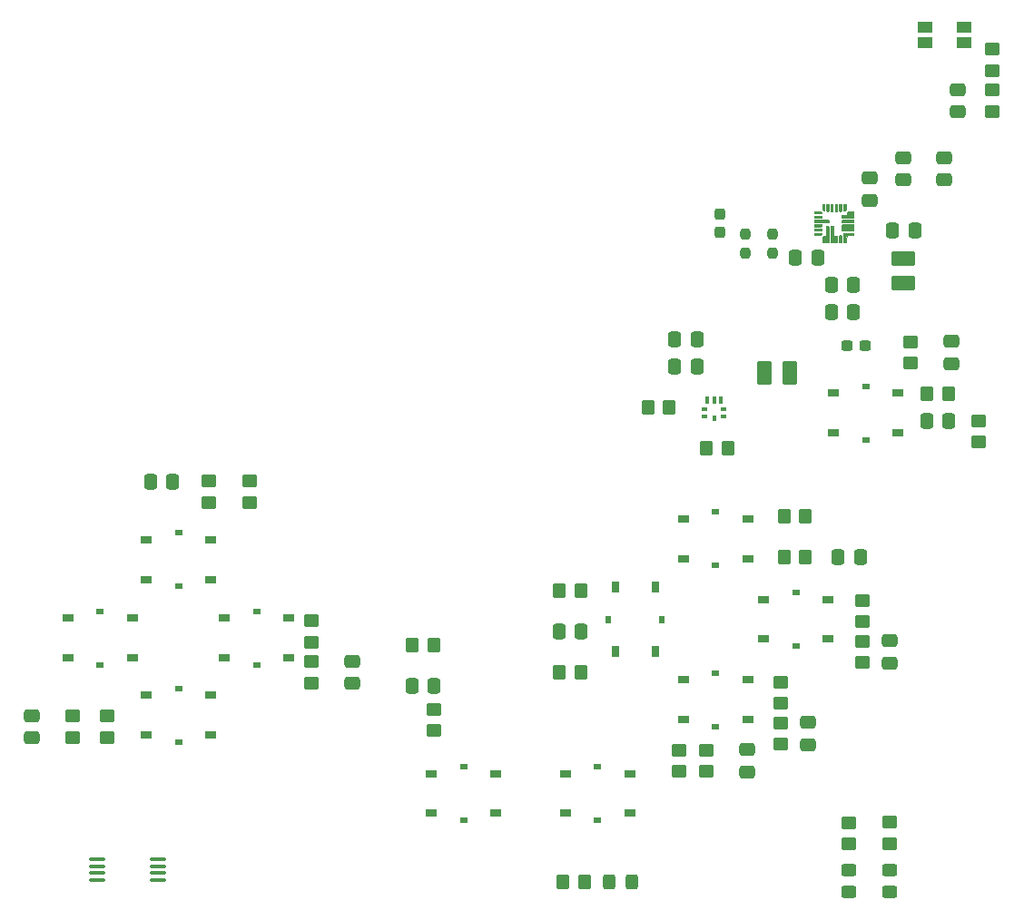
<source format=gbr>
%TF.GenerationSoftware,KiCad,Pcbnew,(6.0.5)*%
%TF.CreationDate,2022-05-15T18:43:58+01:00*%
%TF.ProjectId,CM4Carrier,434d3443-6172-4726-9965-722e6b696361,Rev1-Untested*%
%TF.SameCoordinates,Original*%
%TF.FileFunction,Paste,Top*%
%TF.FilePolarity,Positive*%
%FSLAX46Y46*%
G04 Gerber Fmt 4.6, Leading zero omitted, Abs format (unit mm)*
G04 Created by KiCad (PCBNEW (6.0.5)) date 2022-05-15 18:43:58*
%MOMM*%
%LPD*%
G01*
G04 APERTURE LIST*
G04 Aperture macros list*
%AMRoundRect*
0 Rectangle with rounded corners*
0 $1 Rounding radius*
0 $2 $3 $4 $5 $6 $7 $8 $9 X,Y pos of 4 corners*
0 Add a 4 corners polygon primitive as box body*
4,1,4,$2,$3,$4,$5,$6,$7,$8,$9,$2,$3,0*
0 Add four circle primitives for the rounded corners*
1,1,$1+$1,$2,$3*
1,1,$1+$1,$4,$5*
1,1,$1+$1,$6,$7*
1,1,$1+$1,$8,$9*
0 Add four rect primitives between the rounded corners*
20,1,$1+$1,$2,$3,$4,$5,0*
20,1,$1+$1,$4,$5,$6,$7,0*
20,1,$1+$1,$6,$7,$8,$9,0*
20,1,$1+$1,$8,$9,$2,$3,0*%
G04 Aperture macros list end*
%ADD10C,0.010000*%
%ADD11RoundRect,0.250000X-0.325000X-0.450000X0.325000X-0.450000X0.325000X0.450000X-0.325000X0.450000X0*%
%ADD12RoundRect,0.250000X0.450000X-0.350000X0.450000X0.350000X-0.450000X0.350000X-0.450000X-0.350000X0*%
%ADD13R,1.000000X0.700000*%
%ADD14R,0.700000X0.600000*%
%ADD15RoundRect,0.250000X0.350000X0.450000X-0.350000X0.450000X-0.350000X-0.450000X0.350000X-0.450000X0*%
%ADD16RoundRect,0.250000X0.337500X0.475000X-0.337500X0.475000X-0.337500X-0.475000X0.337500X-0.475000X0*%
%ADD17RoundRect,0.250001X-0.849999X0.462499X-0.849999X-0.462499X0.849999X-0.462499X0.849999X0.462499X0*%
%ADD18RoundRect,0.250000X-0.475000X0.337500X-0.475000X-0.337500X0.475000X-0.337500X0.475000X0.337500X0*%
%ADD19RoundRect,0.250000X-0.350000X-0.450000X0.350000X-0.450000X0.350000X0.450000X-0.350000X0.450000X0*%
%ADD20RoundRect,0.250000X0.475000X-0.337500X0.475000X0.337500X-0.475000X0.337500X-0.475000X-0.337500X0*%
%ADD21RoundRect,0.250000X-0.337500X-0.475000X0.337500X-0.475000X0.337500X0.475000X-0.337500X0.475000X0*%
%ADD22RoundRect,0.250001X0.462499X0.849999X-0.462499X0.849999X-0.462499X-0.849999X0.462499X-0.849999X0*%
%ADD23R,0.700000X1.000000*%
%ADD24R,0.600000X0.700000*%
%ADD25RoundRect,0.250000X-0.450000X0.350000X-0.450000X-0.350000X0.450000X-0.350000X0.450000X0.350000X0*%
%ADD26R,1.400000X1.050000*%
%ADD27RoundRect,0.250000X-0.450000X0.325000X-0.450000X-0.325000X0.450000X-0.325000X0.450000X0.325000X0*%
%ADD28RoundRect,0.237500X0.237500X-0.300000X0.237500X0.300000X-0.237500X0.300000X-0.237500X-0.300000X0*%
%ADD29RoundRect,0.237500X-0.237500X0.250000X-0.237500X-0.250000X0.237500X-0.250000X0.237500X0.250000X0*%
%ADD30R,0.609600X0.304800*%
%ADD31R,0.304800X0.787400*%
%ADD32R,0.304800X0.609600*%
%ADD33RoundRect,0.100000X0.637500X0.100000X-0.637500X0.100000X-0.637500X-0.100000X0.637500X-0.100000X0*%
%ADD34RoundRect,0.237500X-0.300000X-0.237500X0.300000X-0.237500X0.300000X0.237500X-0.300000X0.237500X0*%
G04 APERTURE END LIST*
%TO.C,U2*%
G36*
X184922491Y-74345000D02*
G01*
X184921491Y-74350000D01*
X184921491Y-74356000D01*
X184919491Y-74366000D01*
X184913491Y-74381000D01*
X184911491Y-74385000D01*
X184909491Y-74390000D01*
X184906491Y-74394000D01*
X184903491Y-74399000D01*
X184900491Y-74403000D01*
X184896491Y-74407000D01*
X184893491Y-74411000D01*
X184889491Y-74414000D01*
X184885491Y-74418000D01*
X184881491Y-74421000D01*
X184876491Y-74424000D01*
X184872491Y-74427000D01*
X184867491Y-74429000D01*
X184863491Y-74431000D01*
X184848491Y-74437000D01*
X184838491Y-74439000D01*
X184832491Y-74439000D01*
X184827491Y-74440000D01*
X184817491Y-74440000D01*
X184812491Y-74439000D01*
X184806491Y-74439000D01*
X184796491Y-74437000D01*
X184781491Y-74431000D01*
X184777491Y-74429000D01*
X184772491Y-74427000D01*
X184768491Y-74424000D01*
X184763491Y-74421000D01*
X184759491Y-74418000D01*
X184755491Y-74414000D01*
X184751491Y-74411000D01*
X184748491Y-74407000D01*
X184744491Y-74403000D01*
X184741491Y-74399000D01*
X184738491Y-74394000D01*
X184735491Y-74390000D01*
X184733491Y-74385000D01*
X184731491Y-74381000D01*
X184725491Y-74366000D01*
X184723491Y-74356000D01*
X184723491Y-74350000D01*
X184722491Y-74345000D01*
X184722491Y-73765000D01*
X184922491Y-73765000D01*
X184922491Y-74345000D01*
G37*
D10*
X184922491Y-74345000D02*
X184921491Y-74350000D01*
X184921491Y-74356000D01*
X184919491Y-74366000D01*
X184913491Y-74381000D01*
X184911491Y-74385000D01*
X184909491Y-74390000D01*
X184906491Y-74394000D01*
X184903491Y-74399000D01*
X184900491Y-74403000D01*
X184896491Y-74407000D01*
X184893491Y-74411000D01*
X184889491Y-74414000D01*
X184885491Y-74418000D01*
X184881491Y-74421000D01*
X184876491Y-74424000D01*
X184872491Y-74427000D01*
X184867491Y-74429000D01*
X184863491Y-74431000D01*
X184848491Y-74437000D01*
X184838491Y-74439000D01*
X184832491Y-74439000D01*
X184827491Y-74440000D01*
X184817491Y-74440000D01*
X184812491Y-74439000D01*
X184806491Y-74439000D01*
X184796491Y-74437000D01*
X184781491Y-74431000D01*
X184777491Y-74429000D01*
X184772491Y-74427000D01*
X184768491Y-74424000D01*
X184763491Y-74421000D01*
X184759491Y-74418000D01*
X184755491Y-74414000D01*
X184751491Y-74411000D01*
X184748491Y-74407000D01*
X184744491Y-74403000D01*
X184741491Y-74399000D01*
X184738491Y-74394000D01*
X184735491Y-74390000D01*
X184733491Y-74385000D01*
X184731491Y-74381000D01*
X184725491Y-74366000D01*
X184723491Y-74356000D01*
X184723491Y-74350000D01*
X184722491Y-74345000D01*
X184722491Y-73765000D01*
X184922491Y-73765000D01*
X184922491Y-74345000D01*
G36*
X185322491Y-74345000D02*
G01*
X185321491Y-74350000D01*
X185321491Y-74356000D01*
X185319491Y-74366000D01*
X185313491Y-74381000D01*
X185311491Y-74385000D01*
X185309491Y-74390000D01*
X185306491Y-74394000D01*
X185303491Y-74399000D01*
X185300491Y-74403000D01*
X185296491Y-74407000D01*
X185293491Y-74411000D01*
X185289491Y-74414000D01*
X185285491Y-74418000D01*
X185281491Y-74421000D01*
X185276491Y-74424000D01*
X185272491Y-74427000D01*
X185267491Y-74429000D01*
X185263491Y-74431000D01*
X185248491Y-74437000D01*
X185238491Y-74439000D01*
X185232491Y-74439000D01*
X185227491Y-74440000D01*
X185217491Y-74440000D01*
X185212491Y-74439000D01*
X185206491Y-74439000D01*
X185196491Y-74437000D01*
X185181491Y-74431000D01*
X185177491Y-74429000D01*
X185172491Y-74427000D01*
X185168491Y-74424000D01*
X185163491Y-74421000D01*
X185159491Y-74418000D01*
X185155491Y-74414000D01*
X185151491Y-74411000D01*
X185148491Y-74407000D01*
X185144491Y-74403000D01*
X185141491Y-74399000D01*
X185138491Y-74394000D01*
X185135491Y-74390000D01*
X185133491Y-74385000D01*
X185131491Y-74381000D01*
X185125491Y-74366000D01*
X185123491Y-74356000D01*
X185123491Y-74350000D01*
X185122491Y-74345000D01*
X185122491Y-73765000D01*
X185322491Y-73765000D01*
X185322491Y-74345000D01*
G37*
X185322491Y-74345000D02*
X185321491Y-74350000D01*
X185321491Y-74356000D01*
X185319491Y-74366000D01*
X185313491Y-74381000D01*
X185311491Y-74385000D01*
X185309491Y-74390000D01*
X185306491Y-74394000D01*
X185303491Y-74399000D01*
X185300491Y-74403000D01*
X185296491Y-74407000D01*
X185293491Y-74411000D01*
X185289491Y-74414000D01*
X185285491Y-74418000D01*
X185281491Y-74421000D01*
X185276491Y-74424000D01*
X185272491Y-74427000D01*
X185267491Y-74429000D01*
X185263491Y-74431000D01*
X185248491Y-74437000D01*
X185238491Y-74439000D01*
X185232491Y-74439000D01*
X185227491Y-74440000D01*
X185217491Y-74440000D01*
X185212491Y-74439000D01*
X185206491Y-74439000D01*
X185196491Y-74437000D01*
X185181491Y-74431000D01*
X185177491Y-74429000D01*
X185172491Y-74427000D01*
X185168491Y-74424000D01*
X185163491Y-74421000D01*
X185159491Y-74418000D01*
X185155491Y-74414000D01*
X185151491Y-74411000D01*
X185148491Y-74407000D01*
X185144491Y-74403000D01*
X185141491Y-74399000D01*
X185138491Y-74394000D01*
X185135491Y-74390000D01*
X185133491Y-74385000D01*
X185131491Y-74381000D01*
X185125491Y-74366000D01*
X185123491Y-74356000D01*
X185123491Y-74350000D01*
X185122491Y-74345000D01*
X185122491Y-73765000D01*
X185322491Y-73765000D01*
X185322491Y-74345000D01*
G36*
X185722491Y-74278000D02*
G01*
X185610491Y-74390000D01*
X185522491Y-74390000D01*
X185522491Y-73765000D01*
X185722491Y-73765000D01*
X185722491Y-74278000D01*
G37*
X185722491Y-74278000D02*
X185610491Y-74390000D01*
X185522491Y-74390000D01*
X185522491Y-73765000D01*
X185722491Y-73765000D01*
X185722491Y-74278000D01*
G36*
X186422491Y-75465000D02*
G01*
X185442491Y-75465000D01*
X185437491Y-75464000D01*
X185431491Y-75464000D01*
X185421491Y-75462000D01*
X185406491Y-75456000D01*
X185402491Y-75454000D01*
X185397491Y-75452000D01*
X185393491Y-75449000D01*
X185388491Y-75446000D01*
X185384491Y-75443000D01*
X185380491Y-75439000D01*
X185376491Y-75436000D01*
X185373491Y-75432000D01*
X185369491Y-75428000D01*
X185366491Y-75424000D01*
X185363491Y-75419000D01*
X185360491Y-75415000D01*
X185358491Y-75410000D01*
X185356491Y-75406000D01*
X185350491Y-75391000D01*
X185348491Y-75381000D01*
X185348491Y-75375000D01*
X185347491Y-75370000D01*
X185347491Y-75360000D01*
X185348491Y-75355000D01*
X185348491Y-75349000D01*
X185350491Y-75339000D01*
X185356491Y-75324000D01*
X185358491Y-75320000D01*
X185360491Y-75315000D01*
X185363491Y-75311000D01*
X185366491Y-75306000D01*
X185369491Y-75302000D01*
X185373491Y-75298000D01*
X185376491Y-75294000D01*
X185380491Y-75291000D01*
X185384491Y-75287000D01*
X185388491Y-75284000D01*
X185393491Y-75281000D01*
X185397491Y-75278000D01*
X185402491Y-75276000D01*
X185406491Y-75274000D01*
X185421491Y-75268000D01*
X185431491Y-75266000D01*
X185437491Y-75266000D01*
X185442491Y-75265000D01*
X186422491Y-75265000D01*
X186422491Y-75465000D01*
G37*
X186422491Y-75465000D02*
X185442491Y-75465000D01*
X185437491Y-75464000D01*
X185431491Y-75464000D01*
X185421491Y-75462000D01*
X185406491Y-75456000D01*
X185402491Y-75454000D01*
X185397491Y-75452000D01*
X185393491Y-75449000D01*
X185388491Y-75446000D01*
X185384491Y-75443000D01*
X185380491Y-75439000D01*
X185376491Y-75436000D01*
X185373491Y-75432000D01*
X185369491Y-75428000D01*
X185366491Y-75424000D01*
X185363491Y-75419000D01*
X185360491Y-75415000D01*
X185358491Y-75410000D01*
X185356491Y-75406000D01*
X185350491Y-75391000D01*
X185348491Y-75381000D01*
X185348491Y-75375000D01*
X185347491Y-75370000D01*
X185347491Y-75360000D01*
X185348491Y-75355000D01*
X185348491Y-75349000D01*
X185350491Y-75339000D01*
X185356491Y-75324000D01*
X185358491Y-75320000D01*
X185360491Y-75315000D01*
X185363491Y-75311000D01*
X185366491Y-75306000D01*
X185369491Y-75302000D01*
X185373491Y-75298000D01*
X185376491Y-75294000D01*
X185380491Y-75291000D01*
X185384491Y-75287000D01*
X185388491Y-75284000D01*
X185393491Y-75281000D01*
X185397491Y-75278000D01*
X185402491Y-75276000D01*
X185406491Y-75274000D01*
X185421491Y-75268000D01*
X185431491Y-75266000D01*
X185437491Y-75266000D01*
X185442491Y-75265000D01*
X186422491Y-75265000D01*
X186422491Y-75465000D01*
G36*
X185232491Y-76691000D02*
G01*
X185238491Y-76691000D01*
X185248491Y-76693000D01*
X185263491Y-76699000D01*
X185267491Y-76701000D01*
X185272491Y-76703000D01*
X185276491Y-76706000D01*
X185281491Y-76709000D01*
X185285491Y-76712000D01*
X185289491Y-76716000D01*
X185293491Y-76719000D01*
X185296491Y-76723000D01*
X185300491Y-76727000D01*
X185303491Y-76731000D01*
X185306491Y-76736000D01*
X185309491Y-76740000D01*
X185311491Y-76745000D01*
X185313491Y-76749000D01*
X185319491Y-76764000D01*
X185321491Y-76774000D01*
X185321491Y-76780000D01*
X185322491Y-76785000D01*
X185322491Y-77365000D01*
X185122491Y-77365000D01*
X185122491Y-76785000D01*
X185123491Y-76780000D01*
X185123491Y-76774000D01*
X185125491Y-76764000D01*
X185131491Y-76749000D01*
X185133491Y-76745000D01*
X185135491Y-76740000D01*
X185138491Y-76736000D01*
X185141491Y-76731000D01*
X185144491Y-76727000D01*
X185148491Y-76723000D01*
X185151491Y-76719000D01*
X185155491Y-76716000D01*
X185159491Y-76712000D01*
X185163491Y-76709000D01*
X185168491Y-76706000D01*
X185172491Y-76703000D01*
X185177491Y-76701000D01*
X185181491Y-76699000D01*
X185196491Y-76693000D01*
X185206491Y-76691000D01*
X185212491Y-76691000D01*
X185217491Y-76690000D01*
X185227491Y-76690000D01*
X185232491Y-76691000D01*
G37*
X185232491Y-76691000D02*
X185238491Y-76691000D01*
X185248491Y-76693000D01*
X185263491Y-76699000D01*
X185267491Y-76701000D01*
X185272491Y-76703000D01*
X185276491Y-76706000D01*
X185281491Y-76709000D01*
X185285491Y-76712000D01*
X185289491Y-76716000D01*
X185293491Y-76719000D01*
X185296491Y-76723000D01*
X185300491Y-76727000D01*
X185303491Y-76731000D01*
X185306491Y-76736000D01*
X185309491Y-76740000D01*
X185311491Y-76745000D01*
X185313491Y-76749000D01*
X185319491Y-76764000D01*
X185321491Y-76774000D01*
X185321491Y-76780000D01*
X185322491Y-76785000D01*
X185322491Y-77365000D01*
X185122491Y-77365000D01*
X185122491Y-76785000D01*
X185123491Y-76780000D01*
X185123491Y-76774000D01*
X185125491Y-76764000D01*
X185131491Y-76749000D01*
X185133491Y-76745000D01*
X185135491Y-76740000D01*
X185138491Y-76736000D01*
X185141491Y-76731000D01*
X185144491Y-76727000D01*
X185148491Y-76723000D01*
X185151491Y-76719000D01*
X185155491Y-76716000D01*
X185159491Y-76712000D01*
X185163491Y-76709000D01*
X185168491Y-76706000D01*
X185172491Y-76703000D01*
X185177491Y-76701000D01*
X185181491Y-76699000D01*
X185196491Y-76693000D01*
X185206491Y-76691000D01*
X185212491Y-76691000D01*
X185217491Y-76690000D01*
X185227491Y-76690000D01*
X185232491Y-76691000D01*
G36*
X184057491Y-75266000D02*
G01*
X184063491Y-75266000D01*
X184073491Y-75268000D01*
X184088491Y-75274000D01*
X184092491Y-75276000D01*
X184097491Y-75278000D01*
X184101491Y-75281000D01*
X184106491Y-75284000D01*
X184110491Y-75287000D01*
X184114491Y-75291000D01*
X184118491Y-75294000D01*
X184121491Y-75298000D01*
X184125491Y-75302000D01*
X184128491Y-75306000D01*
X184131491Y-75311000D01*
X184134491Y-75315000D01*
X184136491Y-75320000D01*
X184138491Y-75324000D01*
X184144491Y-75339000D01*
X184146491Y-75349000D01*
X184146491Y-75355000D01*
X184147491Y-75360000D01*
X184147491Y-75370000D01*
X184146491Y-75375000D01*
X184146491Y-75381000D01*
X184144491Y-75391000D01*
X184138491Y-75406000D01*
X184136491Y-75410000D01*
X184134491Y-75415000D01*
X184131491Y-75419000D01*
X184128491Y-75424000D01*
X184125491Y-75428000D01*
X184121491Y-75432000D01*
X184118491Y-75436000D01*
X184114491Y-75439000D01*
X184110491Y-75443000D01*
X184106491Y-75446000D01*
X184101491Y-75449000D01*
X184097491Y-75452000D01*
X184092491Y-75454000D01*
X184088491Y-75456000D01*
X184073491Y-75462000D01*
X184063491Y-75464000D01*
X184057491Y-75464000D01*
X184052491Y-75465000D01*
X182822491Y-75465000D01*
X182822491Y-75265000D01*
X184052491Y-75265000D01*
X184057491Y-75266000D01*
G37*
X184057491Y-75266000D02*
X184063491Y-75266000D01*
X184073491Y-75268000D01*
X184088491Y-75274000D01*
X184092491Y-75276000D01*
X184097491Y-75278000D01*
X184101491Y-75281000D01*
X184106491Y-75284000D01*
X184110491Y-75287000D01*
X184114491Y-75291000D01*
X184118491Y-75294000D01*
X184121491Y-75298000D01*
X184125491Y-75302000D01*
X184128491Y-75306000D01*
X184131491Y-75311000D01*
X184134491Y-75315000D01*
X184136491Y-75320000D01*
X184138491Y-75324000D01*
X184144491Y-75339000D01*
X184146491Y-75349000D01*
X184146491Y-75355000D01*
X184147491Y-75360000D01*
X184147491Y-75370000D01*
X184146491Y-75375000D01*
X184146491Y-75381000D01*
X184144491Y-75391000D01*
X184138491Y-75406000D01*
X184136491Y-75410000D01*
X184134491Y-75415000D01*
X184131491Y-75419000D01*
X184128491Y-75424000D01*
X184125491Y-75428000D01*
X184121491Y-75432000D01*
X184118491Y-75436000D01*
X184114491Y-75439000D01*
X184110491Y-75443000D01*
X184106491Y-75446000D01*
X184101491Y-75449000D01*
X184097491Y-75452000D01*
X184092491Y-75454000D01*
X184088491Y-75456000D01*
X184073491Y-75462000D01*
X184063491Y-75464000D01*
X184057491Y-75464000D01*
X184052491Y-75465000D01*
X182822491Y-75465000D01*
X182822491Y-75265000D01*
X184052491Y-75265000D01*
X184057491Y-75266000D01*
G36*
X183407491Y-75666000D02*
G01*
X183413491Y-75666000D01*
X183423491Y-75668000D01*
X183438491Y-75674000D01*
X183442491Y-75676000D01*
X183447491Y-75678000D01*
X183451491Y-75681000D01*
X183456491Y-75684000D01*
X183460491Y-75687000D01*
X183464491Y-75691000D01*
X183468491Y-75694000D01*
X183471491Y-75698000D01*
X183475491Y-75702000D01*
X183478491Y-75706000D01*
X183481491Y-75711000D01*
X183484491Y-75715000D01*
X183486491Y-75720000D01*
X183488491Y-75724000D01*
X183494491Y-75739000D01*
X183496491Y-75749000D01*
X183496491Y-75755000D01*
X183497491Y-75760000D01*
X183497491Y-75770000D01*
X183496491Y-75775000D01*
X183496491Y-75781000D01*
X183494491Y-75791000D01*
X183488491Y-75806000D01*
X183486491Y-75810000D01*
X183484491Y-75815000D01*
X183481491Y-75819000D01*
X183478491Y-75824000D01*
X183475491Y-75828000D01*
X183471491Y-75832000D01*
X183468491Y-75836000D01*
X183464491Y-75839000D01*
X183460491Y-75843000D01*
X183456491Y-75846000D01*
X183451491Y-75849000D01*
X183447491Y-75852000D01*
X183442491Y-75854000D01*
X183438491Y-75856000D01*
X183423491Y-75862000D01*
X183413491Y-75864000D01*
X183407491Y-75864000D01*
X183402491Y-75865000D01*
X182822491Y-75865000D01*
X182822491Y-75665000D01*
X183402491Y-75665000D01*
X183407491Y-75666000D01*
G37*
X183407491Y-75666000D02*
X183413491Y-75666000D01*
X183423491Y-75668000D01*
X183438491Y-75674000D01*
X183442491Y-75676000D01*
X183447491Y-75678000D01*
X183451491Y-75681000D01*
X183456491Y-75684000D01*
X183460491Y-75687000D01*
X183464491Y-75691000D01*
X183468491Y-75694000D01*
X183471491Y-75698000D01*
X183475491Y-75702000D01*
X183478491Y-75706000D01*
X183481491Y-75711000D01*
X183484491Y-75715000D01*
X183486491Y-75720000D01*
X183488491Y-75724000D01*
X183494491Y-75739000D01*
X183496491Y-75749000D01*
X183496491Y-75755000D01*
X183497491Y-75760000D01*
X183497491Y-75770000D01*
X183496491Y-75775000D01*
X183496491Y-75781000D01*
X183494491Y-75791000D01*
X183488491Y-75806000D01*
X183486491Y-75810000D01*
X183484491Y-75815000D01*
X183481491Y-75819000D01*
X183478491Y-75824000D01*
X183475491Y-75828000D01*
X183471491Y-75832000D01*
X183468491Y-75836000D01*
X183464491Y-75839000D01*
X183460491Y-75843000D01*
X183456491Y-75846000D01*
X183451491Y-75849000D01*
X183447491Y-75852000D01*
X183442491Y-75854000D01*
X183438491Y-75856000D01*
X183423491Y-75862000D01*
X183413491Y-75864000D01*
X183407491Y-75864000D01*
X183402491Y-75865000D01*
X182822491Y-75865000D01*
X182822491Y-75665000D01*
X183402491Y-75665000D01*
X183407491Y-75666000D01*
G36*
X184482491Y-75791000D02*
G01*
X184488491Y-75791000D01*
X184498491Y-75793000D01*
X184513491Y-75799000D01*
X184517491Y-75801000D01*
X184522491Y-75803000D01*
X184526491Y-75806000D01*
X184531491Y-75809000D01*
X184535491Y-75812000D01*
X184539491Y-75816000D01*
X184543491Y-75819000D01*
X184546491Y-75823000D01*
X184550491Y-75827000D01*
X184553491Y-75831000D01*
X184556491Y-75836000D01*
X184559491Y-75840000D01*
X184561491Y-75845000D01*
X184563491Y-75849000D01*
X184569491Y-75864000D01*
X184571491Y-75874000D01*
X184571491Y-75880000D01*
X184572491Y-75885000D01*
X184572491Y-76715000D01*
X184827491Y-76715000D01*
X184832491Y-76716000D01*
X184838491Y-76716000D01*
X184848491Y-76718000D01*
X184863491Y-76724000D01*
X184867491Y-76726000D01*
X184872491Y-76728000D01*
X184876491Y-76731000D01*
X184881491Y-76734000D01*
X184885491Y-76737000D01*
X184889491Y-76741000D01*
X184893491Y-76744000D01*
X184896491Y-76748000D01*
X184900491Y-76752000D01*
X184903491Y-76756000D01*
X184906491Y-76761000D01*
X184909491Y-76765000D01*
X184911491Y-76770000D01*
X184913491Y-76774000D01*
X184919491Y-76789000D01*
X184921491Y-76799000D01*
X184921491Y-76805000D01*
X184922491Y-76810000D01*
X184922491Y-77365000D01*
X184322491Y-77365000D01*
X184322491Y-75885000D01*
X184323491Y-75880000D01*
X184323491Y-75874000D01*
X184325491Y-75864000D01*
X184331491Y-75849000D01*
X184333491Y-75845000D01*
X184335491Y-75840000D01*
X184338491Y-75836000D01*
X184341491Y-75831000D01*
X184344491Y-75827000D01*
X184348491Y-75823000D01*
X184351491Y-75819000D01*
X184355491Y-75816000D01*
X184359491Y-75812000D01*
X184363491Y-75809000D01*
X184368491Y-75806000D01*
X184372491Y-75803000D01*
X184377491Y-75801000D01*
X184381491Y-75799000D01*
X184396491Y-75793000D01*
X184406491Y-75791000D01*
X184412491Y-75791000D01*
X184417491Y-75790000D01*
X184477491Y-75790000D01*
X184482491Y-75791000D01*
G37*
X184482491Y-75791000D02*
X184488491Y-75791000D01*
X184498491Y-75793000D01*
X184513491Y-75799000D01*
X184517491Y-75801000D01*
X184522491Y-75803000D01*
X184526491Y-75806000D01*
X184531491Y-75809000D01*
X184535491Y-75812000D01*
X184539491Y-75816000D01*
X184543491Y-75819000D01*
X184546491Y-75823000D01*
X184550491Y-75827000D01*
X184553491Y-75831000D01*
X184556491Y-75836000D01*
X184559491Y-75840000D01*
X184561491Y-75845000D01*
X184563491Y-75849000D01*
X184569491Y-75864000D01*
X184571491Y-75874000D01*
X184571491Y-75880000D01*
X184572491Y-75885000D01*
X184572491Y-76715000D01*
X184827491Y-76715000D01*
X184832491Y-76716000D01*
X184838491Y-76716000D01*
X184848491Y-76718000D01*
X184863491Y-76724000D01*
X184867491Y-76726000D01*
X184872491Y-76728000D01*
X184876491Y-76731000D01*
X184881491Y-76734000D01*
X184885491Y-76737000D01*
X184889491Y-76741000D01*
X184893491Y-76744000D01*
X184896491Y-76748000D01*
X184900491Y-76752000D01*
X184903491Y-76756000D01*
X184906491Y-76761000D01*
X184909491Y-76765000D01*
X184911491Y-76770000D01*
X184913491Y-76774000D01*
X184919491Y-76789000D01*
X184921491Y-76799000D01*
X184921491Y-76805000D01*
X184922491Y-76810000D01*
X184922491Y-77365000D01*
X184322491Y-77365000D01*
X184322491Y-75885000D01*
X184323491Y-75880000D01*
X184323491Y-75874000D01*
X184325491Y-75864000D01*
X184331491Y-75849000D01*
X184333491Y-75845000D01*
X184335491Y-75840000D01*
X184338491Y-75836000D01*
X184341491Y-75831000D01*
X184344491Y-75827000D01*
X184348491Y-75823000D01*
X184351491Y-75819000D01*
X184355491Y-75816000D01*
X184359491Y-75812000D01*
X184363491Y-75809000D01*
X184368491Y-75806000D01*
X184372491Y-75803000D01*
X184377491Y-75801000D01*
X184381491Y-75799000D01*
X184396491Y-75793000D01*
X184406491Y-75791000D01*
X184412491Y-75791000D01*
X184417491Y-75790000D01*
X184477491Y-75790000D01*
X184482491Y-75791000D01*
G36*
X183447491Y-76553000D02*
G01*
X183335491Y-76665000D01*
X182822491Y-76665000D01*
X182822491Y-76465000D01*
X183447491Y-76465000D01*
X183447491Y-76553000D01*
G37*
X183447491Y-76553000D02*
X183335491Y-76665000D01*
X182822491Y-76665000D01*
X182822491Y-76465000D01*
X183447491Y-76465000D01*
X183447491Y-76553000D01*
G36*
X184122491Y-74345000D02*
G01*
X184121491Y-74350000D01*
X184121491Y-74356000D01*
X184119491Y-74366000D01*
X184113491Y-74381000D01*
X184111491Y-74385000D01*
X184109491Y-74390000D01*
X184106491Y-74394000D01*
X184103491Y-74399000D01*
X184100491Y-74403000D01*
X184096491Y-74407000D01*
X184093491Y-74411000D01*
X184089491Y-74414000D01*
X184085491Y-74418000D01*
X184081491Y-74421000D01*
X184076491Y-74424000D01*
X184072491Y-74427000D01*
X184067491Y-74429000D01*
X184063491Y-74431000D01*
X184048491Y-74437000D01*
X184038491Y-74439000D01*
X184032491Y-74439000D01*
X184027491Y-74440000D01*
X184017491Y-74440000D01*
X184012491Y-74439000D01*
X184006491Y-74439000D01*
X183996491Y-74437000D01*
X183981491Y-74431000D01*
X183977491Y-74429000D01*
X183972491Y-74427000D01*
X183968491Y-74424000D01*
X183963491Y-74421000D01*
X183959491Y-74418000D01*
X183955491Y-74414000D01*
X183951491Y-74411000D01*
X183948491Y-74407000D01*
X183944491Y-74403000D01*
X183941491Y-74399000D01*
X183938491Y-74394000D01*
X183935491Y-74390000D01*
X183933491Y-74385000D01*
X183931491Y-74381000D01*
X183925491Y-74366000D01*
X183923491Y-74356000D01*
X183923491Y-74350000D01*
X183922491Y-74345000D01*
X183922491Y-73765000D01*
X184122491Y-73765000D01*
X184122491Y-74345000D01*
G37*
X184122491Y-74345000D02*
X184121491Y-74350000D01*
X184121491Y-74356000D01*
X184119491Y-74366000D01*
X184113491Y-74381000D01*
X184111491Y-74385000D01*
X184109491Y-74390000D01*
X184106491Y-74394000D01*
X184103491Y-74399000D01*
X184100491Y-74403000D01*
X184096491Y-74407000D01*
X184093491Y-74411000D01*
X184089491Y-74414000D01*
X184085491Y-74418000D01*
X184081491Y-74421000D01*
X184076491Y-74424000D01*
X184072491Y-74427000D01*
X184067491Y-74429000D01*
X184063491Y-74431000D01*
X184048491Y-74437000D01*
X184038491Y-74439000D01*
X184032491Y-74439000D01*
X184027491Y-74440000D01*
X184017491Y-74440000D01*
X184012491Y-74439000D01*
X184006491Y-74439000D01*
X183996491Y-74437000D01*
X183981491Y-74431000D01*
X183977491Y-74429000D01*
X183972491Y-74427000D01*
X183968491Y-74424000D01*
X183963491Y-74421000D01*
X183959491Y-74418000D01*
X183955491Y-74414000D01*
X183951491Y-74411000D01*
X183948491Y-74407000D01*
X183944491Y-74403000D01*
X183941491Y-74399000D01*
X183938491Y-74394000D01*
X183935491Y-74390000D01*
X183933491Y-74385000D01*
X183931491Y-74381000D01*
X183925491Y-74366000D01*
X183923491Y-74356000D01*
X183923491Y-74350000D01*
X183922491Y-74345000D01*
X183922491Y-73765000D01*
X184122491Y-73765000D01*
X184122491Y-74345000D01*
G36*
X183447491Y-74577000D02*
G01*
X183447491Y-74665000D01*
X182822491Y-74665000D01*
X182822491Y-74465000D01*
X183335491Y-74465000D01*
X183447491Y-74577000D01*
G37*
X183447491Y-74577000D02*
X183447491Y-74665000D01*
X182822491Y-74665000D01*
X182822491Y-74465000D01*
X183335491Y-74465000D01*
X183447491Y-74577000D01*
G36*
X183407491Y-76066000D02*
G01*
X183413491Y-76066000D01*
X183423491Y-76068000D01*
X183438491Y-76074000D01*
X183442491Y-76076000D01*
X183447491Y-76078000D01*
X183451491Y-76081000D01*
X183456491Y-76084000D01*
X183460491Y-76087000D01*
X183464491Y-76091000D01*
X183468491Y-76094000D01*
X183471491Y-76098000D01*
X183475491Y-76102000D01*
X183478491Y-76106000D01*
X183481491Y-76111000D01*
X183484491Y-76115000D01*
X183486491Y-76120000D01*
X183488491Y-76124000D01*
X183494491Y-76139000D01*
X183496491Y-76149000D01*
X183496491Y-76155000D01*
X183497491Y-76160000D01*
X183497491Y-76170000D01*
X183496491Y-76175000D01*
X183496491Y-76181000D01*
X183494491Y-76191000D01*
X183488491Y-76206000D01*
X183486491Y-76210000D01*
X183484491Y-76215000D01*
X183481491Y-76219000D01*
X183478491Y-76224000D01*
X183475491Y-76228000D01*
X183471491Y-76232000D01*
X183468491Y-76236000D01*
X183464491Y-76239000D01*
X183460491Y-76243000D01*
X183456491Y-76246000D01*
X183451491Y-76249000D01*
X183447491Y-76252000D01*
X183442491Y-76254000D01*
X183438491Y-76256000D01*
X183423491Y-76262000D01*
X183413491Y-76264000D01*
X183407491Y-76264000D01*
X183402491Y-76265000D01*
X182822491Y-76265000D01*
X182822491Y-76065000D01*
X183402491Y-76065000D01*
X183407491Y-76066000D01*
G37*
X183407491Y-76066000D02*
X183413491Y-76066000D01*
X183423491Y-76068000D01*
X183438491Y-76074000D01*
X183442491Y-76076000D01*
X183447491Y-76078000D01*
X183451491Y-76081000D01*
X183456491Y-76084000D01*
X183460491Y-76087000D01*
X183464491Y-76091000D01*
X183468491Y-76094000D01*
X183471491Y-76098000D01*
X183475491Y-76102000D01*
X183478491Y-76106000D01*
X183481491Y-76111000D01*
X183484491Y-76115000D01*
X183486491Y-76120000D01*
X183488491Y-76124000D01*
X183494491Y-76139000D01*
X183496491Y-76149000D01*
X183496491Y-76155000D01*
X183497491Y-76160000D01*
X183497491Y-76170000D01*
X183496491Y-76175000D01*
X183496491Y-76181000D01*
X183494491Y-76191000D01*
X183488491Y-76206000D01*
X183486491Y-76210000D01*
X183484491Y-76215000D01*
X183481491Y-76219000D01*
X183478491Y-76224000D01*
X183475491Y-76228000D01*
X183471491Y-76232000D01*
X183468491Y-76236000D01*
X183464491Y-76239000D01*
X183460491Y-76243000D01*
X183456491Y-76246000D01*
X183451491Y-76249000D01*
X183447491Y-76252000D01*
X183442491Y-76254000D01*
X183438491Y-76256000D01*
X183423491Y-76262000D01*
X183413491Y-76264000D01*
X183407491Y-76264000D01*
X183402491Y-76265000D01*
X182822491Y-76265000D01*
X182822491Y-76065000D01*
X183402491Y-76065000D01*
X183407491Y-76066000D01*
G36*
X183722491Y-74390000D02*
G01*
X183634491Y-74390000D01*
X183522491Y-74278000D01*
X183522491Y-73765000D01*
X183722491Y-73765000D01*
X183722491Y-74390000D01*
G37*
X183722491Y-74390000D02*
X183634491Y-74390000D01*
X183522491Y-74278000D01*
X183522491Y-73765000D01*
X183722491Y-73765000D01*
X183722491Y-74390000D01*
G36*
X183407491Y-74866000D02*
G01*
X183413491Y-74866000D01*
X183423491Y-74868000D01*
X183438491Y-74874000D01*
X183442491Y-74876000D01*
X183447491Y-74878000D01*
X183451491Y-74881000D01*
X183456491Y-74884000D01*
X183460491Y-74887000D01*
X183464491Y-74891000D01*
X183468491Y-74894000D01*
X183471491Y-74898000D01*
X183475491Y-74902000D01*
X183478491Y-74906000D01*
X183481491Y-74911000D01*
X183484491Y-74915000D01*
X183486491Y-74920000D01*
X183488491Y-74924000D01*
X183494491Y-74939000D01*
X183496491Y-74949000D01*
X183496491Y-74955000D01*
X183497491Y-74960000D01*
X183497491Y-74970000D01*
X183496491Y-74975000D01*
X183496491Y-74981000D01*
X183494491Y-74991000D01*
X183488491Y-75006000D01*
X183486491Y-75010000D01*
X183484491Y-75015000D01*
X183481491Y-75019000D01*
X183478491Y-75024000D01*
X183475491Y-75028000D01*
X183471491Y-75032000D01*
X183468491Y-75036000D01*
X183464491Y-75039000D01*
X183460491Y-75043000D01*
X183456491Y-75046000D01*
X183451491Y-75049000D01*
X183447491Y-75052000D01*
X183442491Y-75054000D01*
X183438491Y-75056000D01*
X183423491Y-75062000D01*
X183413491Y-75064000D01*
X183407491Y-75064000D01*
X183402491Y-75065000D01*
X182822491Y-75065000D01*
X182822491Y-74865000D01*
X183402491Y-74865000D01*
X183407491Y-74866000D01*
G37*
X183407491Y-74866000D02*
X183413491Y-74866000D01*
X183423491Y-74868000D01*
X183438491Y-74874000D01*
X183442491Y-74876000D01*
X183447491Y-74878000D01*
X183451491Y-74881000D01*
X183456491Y-74884000D01*
X183460491Y-74887000D01*
X183464491Y-74891000D01*
X183468491Y-74894000D01*
X183471491Y-74898000D01*
X183475491Y-74902000D01*
X183478491Y-74906000D01*
X183481491Y-74911000D01*
X183484491Y-74915000D01*
X183486491Y-74920000D01*
X183488491Y-74924000D01*
X183494491Y-74939000D01*
X183496491Y-74949000D01*
X183496491Y-74955000D01*
X183497491Y-74960000D01*
X183497491Y-74970000D01*
X183496491Y-74975000D01*
X183496491Y-74981000D01*
X183494491Y-74991000D01*
X183488491Y-75006000D01*
X183486491Y-75010000D01*
X183484491Y-75015000D01*
X183481491Y-75019000D01*
X183478491Y-75024000D01*
X183475491Y-75028000D01*
X183471491Y-75032000D01*
X183468491Y-75036000D01*
X183464491Y-75039000D01*
X183460491Y-75043000D01*
X183456491Y-75046000D01*
X183451491Y-75049000D01*
X183447491Y-75052000D01*
X183442491Y-75054000D01*
X183438491Y-75056000D01*
X183423491Y-75062000D01*
X183413491Y-75064000D01*
X183407491Y-75064000D01*
X183402491Y-75065000D01*
X182822491Y-75065000D01*
X182822491Y-74865000D01*
X183402491Y-74865000D01*
X183407491Y-74866000D01*
G36*
X186422491Y-75065000D02*
G01*
X185442491Y-75065000D01*
X185437491Y-75064000D01*
X185431491Y-75064000D01*
X185421491Y-75062000D01*
X185406491Y-75056000D01*
X185402491Y-75054000D01*
X185397491Y-75052000D01*
X185393491Y-75049000D01*
X185388491Y-75046000D01*
X185384491Y-75043000D01*
X185380491Y-75039000D01*
X185376491Y-75036000D01*
X185373491Y-75032000D01*
X185369491Y-75028000D01*
X185366491Y-75024000D01*
X185363491Y-75019000D01*
X185360491Y-75015000D01*
X185358491Y-75010000D01*
X185356491Y-75006000D01*
X185350491Y-74991000D01*
X185348491Y-74981000D01*
X185348491Y-74975000D01*
X185347491Y-74970000D01*
X185347491Y-74910000D01*
X185348491Y-74905000D01*
X185348491Y-74899000D01*
X185350491Y-74889000D01*
X185356491Y-74874000D01*
X185358491Y-74870000D01*
X185360491Y-74865000D01*
X185363491Y-74861000D01*
X185366491Y-74856000D01*
X185369491Y-74852000D01*
X185373491Y-74848000D01*
X185376491Y-74844000D01*
X185380491Y-74841000D01*
X185384491Y-74837000D01*
X185388491Y-74834000D01*
X185393491Y-74831000D01*
X185397491Y-74828000D01*
X185402491Y-74826000D01*
X185406491Y-74824000D01*
X185421491Y-74818000D01*
X185431491Y-74816000D01*
X185437491Y-74816000D01*
X185442491Y-74815000D01*
X185822491Y-74815000D01*
X185822491Y-74577000D01*
X185934491Y-74465000D01*
X186422491Y-74465000D01*
X186422491Y-75065000D01*
G37*
X186422491Y-75065000D02*
X185442491Y-75065000D01*
X185437491Y-75064000D01*
X185431491Y-75064000D01*
X185421491Y-75062000D01*
X185406491Y-75056000D01*
X185402491Y-75054000D01*
X185397491Y-75052000D01*
X185393491Y-75049000D01*
X185388491Y-75046000D01*
X185384491Y-75043000D01*
X185380491Y-75039000D01*
X185376491Y-75036000D01*
X185373491Y-75032000D01*
X185369491Y-75028000D01*
X185366491Y-75024000D01*
X185363491Y-75019000D01*
X185360491Y-75015000D01*
X185358491Y-75010000D01*
X185356491Y-75006000D01*
X185350491Y-74991000D01*
X185348491Y-74981000D01*
X185348491Y-74975000D01*
X185347491Y-74970000D01*
X185347491Y-74910000D01*
X185348491Y-74905000D01*
X185348491Y-74899000D01*
X185350491Y-74889000D01*
X185356491Y-74874000D01*
X185358491Y-74870000D01*
X185360491Y-74865000D01*
X185363491Y-74861000D01*
X185366491Y-74856000D01*
X185369491Y-74852000D01*
X185373491Y-74848000D01*
X185376491Y-74844000D01*
X185380491Y-74841000D01*
X185384491Y-74837000D01*
X185388491Y-74834000D01*
X185393491Y-74831000D01*
X185397491Y-74828000D01*
X185402491Y-74826000D01*
X185406491Y-74824000D01*
X185421491Y-74818000D01*
X185431491Y-74816000D01*
X185437491Y-74816000D01*
X185442491Y-74815000D01*
X185822491Y-74815000D01*
X185822491Y-74577000D01*
X185934491Y-74465000D01*
X186422491Y-74465000D01*
X186422491Y-75065000D01*
G36*
X186422491Y-76265000D02*
G01*
X185442491Y-76265000D01*
X185437491Y-76264000D01*
X185431491Y-76264000D01*
X185421491Y-76262000D01*
X185406491Y-76256000D01*
X185402491Y-76254000D01*
X185397491Y-76252000D01*
X185393491Y-76249000D01*
X185388491Y-76246000D01*
X185384491Y-76243000D01*
X185380491Y-76239000D01*
X185376491Y-76236000D01*
X185373491Y-76232000D01*
X185369491Y-76228000D01*
X185366491Y-76224000D01*
X185363491Y-76219000D01*
X185360491Y-76215000D01*
X185358491Y-76210000D01*
X185356491Y-76206000D01*
X185350491Y-76191000D01*
X185348491Y-76181000D01*
X185348491Y-76175000D01*
X185347491Y-76170000D01*
X185347491Y-75760000D01*
X185348491Y-75755000D01*
X185348491Y-75749000D01*
X185350491Y-75739000D01*
X185356491Y-75724000D01*
X185358491Y-75720000D01*
X185360491Y-75715000D01*
X185363491Y-75711000D01*
X185366491Y-75706000D01*
X185369491Y-75702000D01*
X185373491Y-75698000D01*
X185376491Y-75694000D01*
X185380491Y-75691000D01*
X185384491Y-75687000D01*
X185388491Y-75684000D01*
X185393491Y-75681000D01*
X185397491Y-75678000D01*
X185402491Y-75676000D01*
X185406491Y-75674000D01*
X185421491Y-75668000D01*
X185431491Y-75666000D01*
X185437491Y-75666000D01*
X185442491Y-75665000D01*
X186422491Y-75665000D01*
X186422491Y-76265000D01*
G37*
X186422491Y-76265000D02*
X185442491Y-76265000D01*
X185437491Y-76264000D01*
X185431491Y-76264000D01*
X185421491Y-76262000D01*
X185406491Y-76256000D01*
X185402491Y-76254000D01*
X185397491Y-76252000D01*
X185393491Y-76249000D01*
X185388491Y-76246000D01*
X185384491Y-76243000D01*
X185380491Y-76239000D01*
X185376491Y-76236000D01*
X185373491Y-76232000D01*
X185369491Y-76228000D01*
X185366491Y-76224000D01*
X185363491Y-76219000D01*
X185360491Y-76215000D01*
X185358491Y-76210000D01*
X185356491Y-76206000D01*
X185350491Y-76191000D01*
X185348491Y-76181000D01*
X185348491Y-76175000D01*
X185347491Y-76170000D01*
X185347491Y-75760000D01*
X185348491Y-75755000D01*
X185348491Y-75749000D01*
X185350491Y-75739000D01*
X185356491Y-75724000D01*
X185358491Y-75720000D01*
X185360491Y-75715000D01*
X185363491Y-75711000D01*
X185366491Y-75706000D01*
X185369491Y-75702000D01*
X185373491Y-75698000D01*
X185376491Y-75694000D01*
X185380491Y-75691000D01*
X185384491Y-75687000D01*
X185388491Y-75684000D01*
X185393491Y-75681000D01*
X185397491Y-75678000D01*
X185402491Y-75676000D01*
X185406491Y-75674000D01*
X185421491Y-75668000D01*
X185431491Y-75666000D01*
X185437491Y-75666000D01*
X185442491Y-75665000D01*
X186422491Y-75665000D01*
X186422491Y-76265000D01*
G36*
X184522491Y-74345000D02*
G01*
X184521491Y-74350000D01*
X184521491Y-74356000D01*
X184519491Y-74366000D01*
X184513491Y-74381000D01*
X184511491Y-74385000D01*
X184509491Y-74390000D01*
X184506491Y-74394000D01*
X184503491Y-74399000D01*
X184500491Y-74403000D01*
X184496491Y-74407000D01*
X184493491Y-74411000D01*
X184489491Y-74414000D01*
X184485491Y-74418000D01*
X184481491Y-74421000D01*
X184476491Y-74424000D01*
X184472491Y-74427000D01*
X184467491Y-74429000D01*
X184463491Y-74431000D01*
X184448491Y-74437000D01*
X184438491Y-74439000D01*
X184432491Y-74439000D01*
X184427491Y-74440000D01*
X184417491Y-74440000D01*
X184412491Y-74439000D01*
X184406491Y-74439000D01*
X184396491Y-74437000D01*
X184381491Y-74431000D01*
X184377491Y-74429000D01*
X184372491Y-74427000D01*
X184368491Y-74424000D01*
X184363491Y-74421000D01*
X184359491Y-74418000D01*
X184355491Y-74414000D01*
X184351491Y-74411000D01*
X184348491Y-74407000D01*
X184344491Y-74403000D01*
X184341491Y-74399000D01*
X184338491Y-74394000D01*
X184335491Y-74390000D01*
X184333491Y-74385000D01*
X184331491Y-74381000D01*
X184325491Y-74366000D01*
X184323491Y-74356000D01*
X184323491Y-74350000D01*
X184322491Y-74345000D01*
X184322491Y-73765000D01*
X184522491Y-73765000D01*
X184522491Y-74345000D01*
G37*
X184522491Y-74345000D02*
X184521491Y-74350000D01*
X184521491Y-74356000D01*
X184519491Y-74366000D01*
X184513491Y-74381000D01*
X184511491Y-74385000D01*
X184509491Y-74390000D01*
X184506491Y-74394000D01*
X184503491Y-74399000D01*
X184500491Y-74403000D01*
X184496491Y-74407000D01*
X184493491Y-74411000D01*
X184489491Y-74414000D01*
X184485491Y-74418000D01*
X184481491Y-74421000D01*
X184476491Y-74424000D01*
X184472491Y-74427000D01*
X184467491Y-74429000D01*
X184463491Y-74431000D01*
X184448491Y-74437000D01*
X184438491Y-74439000D01*
X184432491Y-74439000D01*
X184427491Y-74440000D01*
X184417491Y-74440000D01*
X184412491Y-74439000D01*
X184406491Y-74439000D01*
X184396491Y-74437000D01*
X184381491Y-74431000D01*
X184377491Y-74429000D01*
X184372491Y-74427000D01*
X184368491Y-74424000D01*
X184363491Y-74421000D01*
X184359491Y-74418000D01*
X184355491Y-74414000D01*
X184351491Y-74411000D01*
X184348491Y-74407000D01*
X184344491Y-74403000D01*
X184341491Y-74399000D01*
X184338491Y-74394000D01*
X184335491Y-74390000D01*
X184333491Y-74385000D01*
X184331491Y-74381000D01*
X184325491Y-74366000D01*
X184323491Y-74356000D01*
X184323491Y-74350000D01*
X184322491Y-74345000D01*
X184322491Y-73765000D01*
X184522491Y-73765000D01*
X184522491Y-74345000D01*
G36*
X184032491Y-75791000D02*
G01*
X184038491Y-75791000D01*
X184048491Y-75793000D01*
X184063491Y-75799000D01*
X184067491Y-75801000D01*
X184072491Y-75803000D01*
X184076491Y-75806000D01*
X184081491Y-75809000D01*
X184085491Y-75812000D01*
X184089491Y-75816000D01*
X184093491Y-75819000D01*
X184096491Y-75823000D01*
X184100491Y-75827000D01*
X184103491Y-75831000D01*
X184106491Y-75836000D01*
X184109491Y-75840000D01*
X184111491Y-75845000D01*
X184113491Y-75849000D01*
X184119491Y-75864000D01*
X184121491Y-75874000D01*
X184121491Y-75880000D01*
X184122491Y-75885000D01*
X184122491Y-77365000D01*
X183522491Y-77365000D01*
X183522491Y-76877000D01*
X183684491Y-76715000D01*
X183872491Y-76715000D01*
X183872491Y-75885000D01*
X183873491Y-75880000D01*
X183873491Y-75874000D01*
X183875491Y-75864000D01*
X183881491Y-75849000D01*
X183883491Y-75845000D01*
X183885491Y-75840000D01*
X183888491Y-75836000D01*
X183891491Y-75831000D01*
X183894491Y-75827000D01*
X183898491Y-75823000D01*
X183901491Y-75819000D01*
X183905491Y-75816000D01*
X183909491Y-75812000D01*
X183913491Y-75809000D01*
X183918491Y-75806000D01*
X183922491Y-75803000D01*
X183927491Y-75801000D01*
X183931491Y-75799000D01*
X183946491Y-75793000D01*
X183956491Y-75791000D01*
X183962491Y-75791000D01*
X183967491Y-75790000D01*
X184027491Y-75790000D01*
X184032491Y-75791000D01*
G37*
X184032491Y-75791000D02*
X184038491Y-75791000D01*
X184048491Y-75793000D01*
X184063491Y-75799000D01*
X184067491Y-75801000D01*
X184072491Y-75803000D01*
X184076491Y-75806000D01*
X184081491Y-75809000D01*
X184085491Y-75812000D01*
X184089491Y-75816000D01*
X184093491Y-75819000D01*
X184096491Y-75823000D01*
X184100491Y-75827000D01*
X184103491Y-75831000D01*
X184106491Y-75836000D01*
X184109491Y-75840000D01*
X184111491Y-75845000D01*
X184113491Y-75849000D01*
X184119491Y-75864000D01*
X184121491Y-75874000D01*
X184121491Y-75880000D01*
X184122491Y-75885000D01*
X184122491Y-77365000D01*
X183522491Y-77365000D01*
X183522491Y-76877000D01*
X183684491Y-76715000D01*
X183872491Y-76715000D01*
X183872491Y-75885000D01*
X183873491Y-75880000D01*
X183873491Y-75874000D01*
X183875491Y-75864000D01*
X183881491Y-75849000D01*
X183883491Y-75845000D01*
X183885491Y-75840000D01*
X183888491Y-75836000D01*
X183891491Y-75831000D01*
X183894491Y-75827000D01*
X183898491Y-75823000D01*
X183901491Y-75819000D01*
X183905491Y-75816000D01*
X183909491Y-75812000D01*
X183913491Y-75809000D01*
X183918491Y-75806000D01*
X183922491Y-75803000D01*
X183927491Y-75801000D01*
X183931491Y-75799000D01*
X183946491Y-75793000D01*
X183956491Y-75791000D01*
X183962491Y-75791000D01*
X183967491Y-75790000D01*
X184027491Y-75790000D01*
X184032491Y-75791000D01*
G36*
X186422491Y-76665000D02*
G01*
X185972491Y-76665000D01*
X185722491Y-76915000D01*
X185722491Y-77365000D01*
X185522491Y-77365000D01*
X185522491Y-76560000D01*
X185523491Y-76555000D01*
X185523491Y-76549000D01*
X185525491Y-76539000D01*
X185531491Y-76524000D01*
X185533491Y-76520000D01*
X185535491Y-76515000D01*
X185538491Y-76511000D01*
X185541491Y-76506000D01*
X185544491Y-76502000D01*
X185548491Y-76498000D01*
X185551491Y-76494000D01*
X185555491Y-76491000D01*
X185559491Y-76487000D01*
X185563491Y-76484000D01*
X185568491Y-76481000D01*
X185572491Y-76478000D01*
X185577491Y-76476000D01*
X185581491Y-76474000D01*
X185596491Y-76468000D01*
X185606491Y-76466000D01*
X185612491Y-76466000D01*
X185617491Y-76465000D01*
X186422491Y-76465000D01*
X186422491Y-76665000D01*
G37*
X186422491Y-76665000D02*
X185972491Y-76665000D01*
X185722491Y-76915000D01*
X185722491Y-77365000D01*
X185522491Y-77365000D01*
X185522491Y-76560000D01*
X185523491Y-76555000D01*
X185523491Y-76549000D01*
X185525491Y-76539000D01*
X185531491Y-76524000D01*
X185533491Y-76520000D01*
X185535491Y-76515000D01*
X185538491Y-76511000D01*
X185541491Y-76506000D01*
X185544491Y-76502000D01*
X185548491Y-76498000D01*
X185551491Y-76494000D01*
X185555491Y-76491000D01*
X185559491Y-76487000D01*
X185563491Y-76484000D01*
X185568491Y-76481000D01*
X185572491Y-76478000D01*
X185577491Y-76476000D01*
X185581491Y-76474000D01*
X185596491Y-76468000D01*
X185606491Y-76466000D01*
X185612491Y-76466000D01*
X185617491Y-76465000D01*
X186422491Y-76465000D01*
X186422491Y-76665000D01*
%TD*%
D11*
%TO.C,D1*%
X163694000Y-137033000D03*
X165744000Y-137033000D03*
%TD*%
D12*
%TO.C,R22*%
X130175000Y-101600000D03*
X130175000Y-99600000D03*
%TD*%
D13*
%TO.C,SW9*%
X170600008Y-118169928D03*
X176600008Y-118169928D03*
X170600008Y-121869928D03*
X176600008Y-121869928D03*
D14*
X173600008Y-117519928D03*
X173600008Y-122519928D03*
%TD*%
D15*
%TO.C,R1*%
X161385000Y-137033000D03*
X159385000Y-137033000D03*
%TD*%
D16*
%TO.C,C4*%
X192172500Y-76200000D03*
X190097500Y-76200000D03*
%TD*%
D12*
%TO.C,R48*%
X199390000Y-65135000D03*
X199390000Y-63135000D03*
%TD*%
D17*
%TO.C,L1*%
X191135000Y-78847500D03*
X191135000Y-81172500D03*
%TD*%
D18*
%TO.C,C19*%
X109855000Y-121517500D03*
X109855000Y-123592500D03*
%TD*%
D12*
%TO.C,R4*%
X189865000Y-133470000D03*
X189865000Y-131470000D03*
%TD*%
D19*
%TO.C,R12*%
X167275000Y-92710000D03*
X169275000Y-92710000D03*
%TD*%
%TO.C,R34*%
X179975000Y-102870000D03*
X181975000Y-102870000D03*
%TD*%
D20*
%TO.C,C3*%
X187960000Y-73427500D03*
X187960000Y-71352500D03*
%TD*%
D21*
%TO.C,C22*%
X158982500Y-113665000D03*
X161057500Y-113665000D03*
%TD*%
D18*
%TO.C,C20*%
X176530000Y-124692500D03*
X176530000Y-126767500D03*
%TD*%
D19*
%TO.C,R16*%
X145304000Y-114935000D03*
X147304000Y-114935000D03*
%TD*%
D15*
%TO.C,R31*%
X161020000Y-117475000D03*
X159020000Y-117475000D03*
%TD*%
D13*
%TO.C,SW3*%
X184600006Y-91419994D03*
X190600006Y-91419994D03*
X184600006Y-95119994D03*
X190600006Y-95119994D03*
D14*
X187600006Y-90769994D03*
X187600006Y-95769994D03*
%TD*%
D19*
%TO.C,R35*%
X179975000Y-106680000D03*
X181975000Y-106680000D03*
%TD*%
D22*
%TO.C,L2*%
X180486500Y-89535000D03*
X178161500Y-89535000D03*
%TD*%
D20*
%TO.C,C17*%
X195580000Y-88667500D03*
X195580000Y-86592500D03*
%TD*%
D18*
%TO.C,C23*%
X182245000Y-122152500D03*
X182245000Y-124227500D03*
%TD*%
%TO.C,C25*%
X189865000Y-114532500D03*
X189865000Y-116607500D03*
%TD*%
D12*
%TO.C,R28*%
X135890000Y-118475000D03*
X135890000Y-116475000D03*
%TD*%
D15*
%TO.C,R30*%
X161020000Y-109855000D03*
X159020000Y-109855000D03*
%TD*%
D16*
%TO.C,C15*%
X147341500Y-118744999D03*
X145266500Y-118744999D03*
%TD*%
D12*
%TO.C,R33*%
X179705000Y-124190000D03*
X179705000Y-122190000D03*
%TD*%
D13*
%TO.C,SW1*%
X119199996Y-116120003D03*
X113199996Y-116120003D03*
X119199996Y-112420003D03*
X113199996Y-112420003D03*
D14*
X116199996Y-116770003D03*
X116199996Y-111770003D03*
%TD*%
D23*
%TO.C,SW8*%
X164249998Y-115519917D03*
X164249998Y-109519917D03*
X167949998Y-115519917D03*
X167949998Y-109519917D03*
D24*
X163599998Y-112519917D03*
X168599998Y-112519917D03*
%TD*%
D13*
%TO.C,SW7*%
X127799992Y-112420003D03*
X133799992Y-112420003D03*
X127799992Y-116120003D03*
X133799992Y-116120003D03*
D14*
X130799992Y-111770003D03*
X130799992Y-116770003D03*
%TD*%
D25*
%TO.C,R32*%
X179705000Y-118380000D03*
X179705000Y-120380000D03*
%TD*%
D26*
%TO.C,SW13*%
X196745000Y-58707993D03*
X193145000Y-58707993D03*
X196745000Y-57257993D03*
X193145000Y-57257993D03*
%TD*%
D16*
%TO.C,C18*%
X122957500Y-99695000D03*
X120882500Y-99695000D03*
%TD*%
D27*
%TO.C,D2*%
X186055000Y-135915000D03*
X186055000Y-137965000D03*
%TD*%
D12*
%TO.C,R24*%
X170180000Y-126730000D03*
X170180000Y-124730000D03*
%TD*%
D28*
%TO.C,C2*%
X173990000Y-76427500D03*
X173990000Y-74702500D03*
%TD*%
D25*
%TO.C,R19*%
X198120000Y-93980000D03*
X198120000Y-95980000D03*
%TD*%
D18*
%TO.C,C21*%
X139700000Y-116437500D03*
X139700000Y-118512500D03*
%TD*%
D25*
%TO.C,R26*%
X135890000Y-112665000D03*
X135890000Y-114665000D03*
%TD*%
D19*
%TO.C,R18*%
X193310000Y-91440000D03*
X195310000Y-91440000D03*
%TD*%
D21*
%TO.C,C16*%
X193272500Y-93980000D03*
X195347500Y-93980000D03*
%TD*%
%TO.C,C24*%
X185017500Y-106680000D03*
X187092500Y-106680000D03*
%TD*%
D12*
%TO.C,R14*%
X147320001Y-122919999D03*
X147320001Y-120919999D03*
%TD*%
D20*
%TO.C,C5*%
X191135000Y-71522500D03*
X191135000Y-69447500D03*
%TD*%
D29*
%TO.C,R6*%
X178907500Y-76557500D03*
X178907500Y-78382500D03*
%TD*%
D12*
%TO.C,R17*%
X191770000Y-88630000D03*
X191770000Y-86630000D03*
%TD*%
%TO.C,R37*%
X187325000Y-116570000D03*
X187325000Y-114570000D03*
%TD*%
%TO.C,R20*%
X126365000Y-101600000D03*
X126365000Y-99600000D03*
%TD*%
D27*
%TO.C,D3*%
X189865000Y-135890000D03*
X189865000Y-137940000D03*
%TD*%
D25*
%TO.C,R36*%
X187325000Y-110760000D03*
X187325000Y-112760000D03*
%TD*%
D12*
%TO.C,R21*%
X116840000Y-123555000D03*
X116840000Y-121555000D03*
%TD*%
D20*
%TO.C,C7*%
X194945000Y-71522500D03*
X194945000Y-69447500D03*
%TD*%
D29*
%TO.C,R7*%
X176367500Y-76557500D03*
X176367500Y-78382500D03*
%TD*%
D13*
%TO.C,SW4*%
X120500007Y-105119992D03*
X126500007Y-105119992D03*
X120500007Y-108819992D03*
X126500007Y-108819992D03*
D14*
X123500007Y-104469992D03*
X123500007Y-109469992D03*
%TD*%
D30*
%TO.C,U4*%
X174350001Y-93584999D03*
X174350001Y-92935000D03*
D31*
X174099999Y-92053899D03*
X173450000Y-92053899D03*
X172800001Y-92053899D03*
D30*
X172549999Y-92935000D03*
X172549999Y-93584999D03*
D32*
X173450000Y-93765001D03*
%TD*%
D33*
%TO.C,U6*%
X121607500Y-136865000D03*
X121607500Y-136215000D03*
X121607500Y-135565000D03*
X121607500Y-134915000D03*
X115882500Y-134915000D03*
X115882500Y-135565000D03*
X115882500Y-136215000D03*
X115882500Y-136865000D03*
%TD*%
D12*
%TO.C,R25*%
X172720000Y-126730000D03*
X172720000Y-124730000D03*
%TD*%
D21*
%TO.C,C12*%
X169777500Y-88900000D03*
X171852500Y-88900000D03*
%TD*%
D13*
%TO.C,SW2*%
X153100005Y-130619923D03*
X147100005Y-130619923D03*
X153100005Y-126919923D03*
X147100005Y-126919923D03*
D14*
X150100005Y-131269923D03*
X150100005Y-126269923D03*
%TD*%
D34*
%TO.C,C8*%
X185827500Y-86995000D03*
X187552500Y-86995000D03*
%TD*%
D21*
%TO.C,C11*%
X184382500Y-83820000D03*
X186457500Y-83820000D03*
%TD*%
%TO.C,C9*%
X184382500Y-81280000D03*
X186457500Y-81280000D03*
%TD*%
D15*
%TO.C,R11*%
X174736000Y-96520000D03*
X172736000Y-96520000D03*
%TD*%
D12*
%TO.C,R23*%
X113665000Y-123555000D03*
X113665000Y-121555000D03*
%TD*%
%TO.C,R5*%
X186055000Y-133495000D03*
X186055000Y-131495000D03*
%TD*%
D13*
%TO.C,SW11*%
X178099993Y-110669917D03*
X184099993Y-110669917D03*
X178099993Y-114369917D03*
X184099993Y-114369917D03*
D14*
X181099993Y-110019917D03*
X181099993Y-115019917D03*
%TD*%
D16*
%TO.C,C6*%
X183120000Y-78740000D03*
X181045000Y-78740000D03*
%TD*%
D18*
%TO.C,C32*%
X196215000Y-63097500D03*
X196215000Y-65172500D03*
%TD*%
D13*
%TO.C,SW5*%
X126500007Y-123319988D03*
X120500007Y-123319988D03*
X126500007Y-119619988D03*
X120500007Y-119619988D03*
D14*
X123500007Y-123969988D03*
X123500007Y-118969988D03*
%TD*%
D13*
%TO.C,SW6*%
X159600005Y-126919923D03*
X165600005Y-126919923D03*
X159600005Y-130619923D03*
X165600005Y-130619923D03*
D14*
X162600005Y-126269923D03*
X162600005Y-131269923D03*
%TD*%
D13*
%TO.C,SW10*%
X170600008Y-103169907D03*
X176600008Y-103169907D03*
X170600008Y-106869907D03*
X176600008Y-106869907D03*
D14*
X173600008Y-102519907D03*
X173600008Y-107519907D03*
%TD*%
D21*
%TO.C,C13*%
X169777500Y-86360000D03*
X171852500Y-86360000D03*
%TD*%
D25*
%TO.C,R44*%
X199390000Y-59325000D03*
X199390000Y-61325000D03*
%TD*%
M02*

</source>
